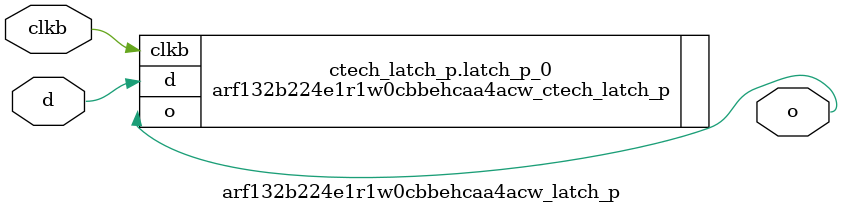
<source format=sv>

`ifndef ARF132B224E1R1W0CBBEHCAA4ACW_LATCH_P_SV
`define ARF132B224E1R1W0CBBEHCAA4ACW_LATCH_P_SV

module arf132b224e1r1w0cbbehcaa4acw_latch_p #
(
  parameter CTECH = 1
)
(
  output logic o,
  input  logic d,
  input  logic clkb
);

  if (CTECH == 1) begin: ctech_latch_p
    arf132b224e1r1w0cbbehcaa4acw_ctech_latch_p latch_p_0 (.o(o),.d(d),.clkb(clkb));
  end
  else begin
    always_latch begin
      if (~clkb) begin
        o <= d;
      end
    end
  end

endmodule // arf132b224e1r1w0cbbehcaa4acw_latch_p

`endif // ARF132B224E1R1W0CBBEHCAA4ACW_LATCH_P_SV
</source>
